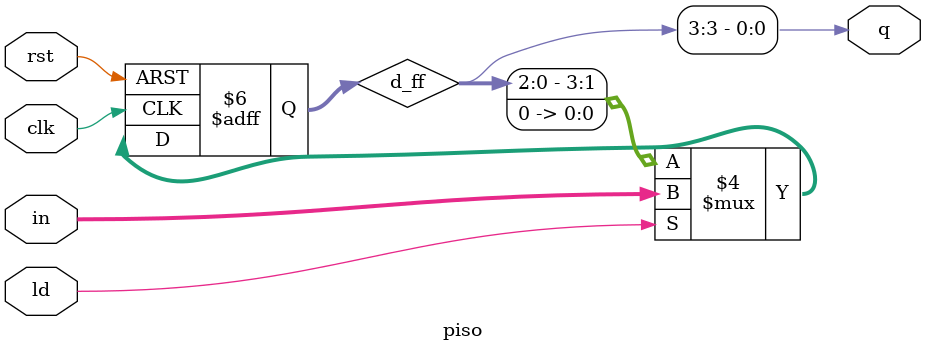
<source format=v>
module piso(clk, rst, ld, in, q);
    input clk, rst, ld;
    input [3:0] in;
    output q;

    reg [3:0] d_ff;

    always@(posedge clk, negedge rst)begin
        if(!rst) d_ff <= 4'b0;
        else begin
            if(ld) d_ff <= in; //Load
            else d_ff <= {d_ff[2:0], 1'b0}; //Read
        end
    end

    assign q  = d_ff[3];
endmodule
</source>
